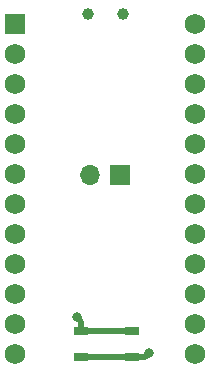
<source format=gbr>
G04 #@! TF.GenerationSoftware,KiCad,Pcbnew,(5.0.0)*
G04 #@! TF.CreationDate,2020-05-09T16:41:49-06:00*
G04 #@! TF.ProjectId,BatteryPack,426174746572795061636B2E6B696361,rev?*
G04 #@! TF.SameCoordinates,Original*
G04 #@! TF.FileFunction,Copper,L2,Bot,Signal*
G04 #@! TF.FilePolarity,Positive*
%FSLAX46Y46*%
G04 Gerber Fmt 4.6, Leading zero omitted, Abs format (unit mm)*
G04 Created by KiCad (PCBNEW (5.0.0)) date 05/09/20 16:41:49*
%MOMM*%
%LPD*%
G01*
G04 APERTURE LIST*
G04 #@! TA.AperFunction,ComponentPad*
%ADD10R,1.752600X1.752600*%
G04 #@! TD*
G04 #@! TA.AperFunction,ComponentPad*
%ADD11C,1.752600*%
G04 #@! TD*
G04 #@! TA.AperFunction,WasherPad*
%ADD12C,1.000000*%
G04 #@! TD*
G04 #@! TA.AperFunction,ComponentPad*
%ADD13R,1.700000X1.700000*%
G04 #@! TD*
G04 #@! TA.AperFunction,ComponentPad*
%ADD14O,1.700000X1.700000*%
G04 #@! TD*
G04 #@! TA.AperFunction,SMDPad,CuDef*
%ADD15R,1.200000X0.650000*%
G04 #@! TD*
G04 #@! TA.AperFunction,ViaPad*
%ADD16C,0.800000*%
G04 #@! TD*
G04 #@! TA.AperFunction,Conductor*
%ADD17C,0.500000*%
G04 #@! TD*
G04 APERTURE END LIST*
D10*
G04 #@! TO.P,U1,1*
G04 #@! TO.N,Net-(SW2-Pad3)*
X120650000Y-64060000D03*
D11*
G04 #@! TO.P,U1,2*
G04 #@! TO.N,GND*
X120650000Y-66600000D03*
G04 #@! TO.P,U1,3*
G04 #@! TO.N,Net-(SW1-Pad1)*
X120650000Y-69140000D03*
G04 #@! TO.P,U1,4*
G04 #@! TO.N,N/C*
X120650000Y-71680000D03*
G04 #@! TO.P,U1,5*
X120650000Y-74220000D03*
G04 #@! TO.P,U1,6*
X120650000Y-76760000D03*
G04 #@! TO.P,U1,7*
X120650000Y-79300000D03*
G04 #@! TO.P,U1,8*
X120650000Y-81840000D03*
G04 #@! TO.P,U1,9*
X120650000Y-84380000D03*
G04 #@! TO.P,U1,10*
X120650000Y-86920000D03*
G04 #@! TO.P,U1,11*
X120650000Y-89460000D03*
G04 #@! TO.P,U1,12*
X120650000Y-92000000D03*
G04 #@! TO.P,U1,24*
X135890000Y-92000000D03*
G04 #@! TO.P,U1,23*
X135890000Y-89460000D03*
G04 #@! TO.P,U1,22*
X135890000Y-86920000D03*
G04 #@! TO.P,U1,21*
X135890000Y-84380000D03*
G04 #@! TO.P,U1,20*
X135890000Y-81840000D03*
G04 #@! TO.P,U1,19*
X135890000Y-79300000D03*
G04 #@! TO.P,U1,18*
X135890000Y-76760000D03*
G04 #@! TO.P,U1,17*
X135890000Y-74220000D03*
G04 #@! TO.P,U1,16*
X135890000Y-71680000D03*
G04 #@! TO.P,U1,15*
X135890000Y-69140000D03*
G04 #@! TO.P,U1,14*
X135890000Y-66600000D03*
G04 #@! TO.P,U1,13*
X135890000Y-64060000D03*
G04 #@! TD*
D12*
G04 #@! TO.P,SW2,*
G04 #@! TO.N,*
X129770000Y-63246000D03*
X126770000Y-63246000D03*
G04 #@! TD*
D13*
G04 #@! TO.P,J1,1*
G04 #@! TO.N,Net-(J1-Pad1)*
X129540001Y-76835000D03*
D14*
G04 #@! TO.P,J1,2*
G04 #@! TO.N,GND*
X127000001Y-76835000D03*
G04 #@! TD*
D15*
G04 #@! TO.P,SW3,1*
G04 #@! TO.N,Net-(SW1-Pad1)*
X130547000Y-90111000D03*
X126247000Y-90111000D03*
G04 #@! TO.P,SW3,2*
G04 #@! TO.N,GND*
X130547000Y-92261000D03*
X126247000Y-92261000D03*
G04 #@! TD*
D16*
G04 #@! TO.N,GND*
X131953000Y-91955000D03*
G04 #@! TO.N,Net-(SW1-Pad1)*
X125861000Y-88900000D03*
G04 #@! TD*
D17*
G04 #@! TO.N,GND*
X130547000Y-92261000D02*
X126247000Y-92261000D01*
X131647000Y-92261000D02*
X131953000Y-91955000D01*
X130547000Y-92261000D02*
X131647000Y-92261000D01*
G04 #@! TO.N,Net-(SW1-Pad1)*
X126247000Y-90111000D02*
X130547000Y-90111000D01*
X126247000Y-89286000D02*
X125861000Y-88900000D01*
X126247000Y-90111000D02*
X126247000Y-89286000D01*
G04 #@! TD*
M02*

</source>
